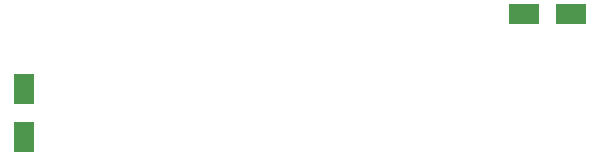
<source format=gtp>
G04 #@! TF.GenerationSoftware,KiCad,Pcbnew,(6.0.5-0)*
G04 #@! TF.CreationDate,2023-01-03T07:13:37-05:00*
G04 #@! TF.ProjectId,new-solar-cell-burn-wire,6e65772d-736f-46c6-9172-2d63656c6c2d,2*
G04 #@! TF.SameCoordinates,Original*
G04 #@! TF.FileFunction,Paste,Top*
G04 #@! TF.FilePolarity,Positive*
%FSLAX46Y46*%
G04 Gerber Fmt 4.6, Leading zero omitted, Abs format (unit mm)*
G04 Created by KiCad (PCBNEW (6.0.5-0)) date 2023-01-03 07:13:37*
%MOMM*%
%LPD*%
G01*
G04 APERTURE LIST*
%ADD10R,1.700000X2.500000*%
%ADD11R,2.500000X1.700000*%
G04 APERTURE END LIST*
D10*
X76100000Y-112600000D03*
X76100000Y-116600000D03*
D11*
X118400000Y-106200000D03*
X122400000Y-106200000D03*
M02*

</source>
